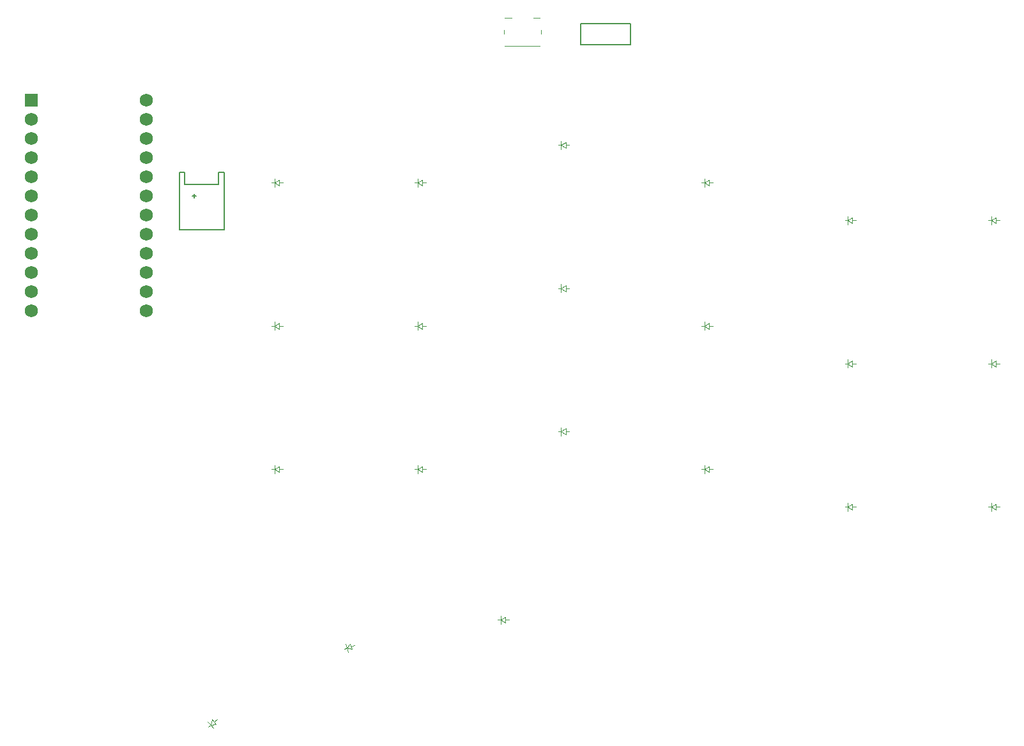
<source format=gbr>
%TF.GenerationSoftware,KiCad,Pcbnew,9.0.3*%
%TF.CreationDate,2025-09-27T17:44:53-06:00*%
%TF.ProjectId,right_connected,72696768-745f-4636-9f6e-6e6563746564,v1.0.0*%
%TF.SameCoordinates,Original*%
%TF.FileFunction,Legend,Bot*%
%TF.FilePolarity,Positive*%
%FSLAX46Y46*%
G04 Gerber Fmt 4.6, Leading zero omitted, Abs format (unit mm)*
G04 Created by KiCad (PCBNEW 9.0.3) date 2025-09-27 17:44:53*
%MOMM*%
%LPD*%
G01*
G04 APERTURE LIST*
%ADD10C,0.150000*%
%ADD11C,0.100000*%
%ADD12C,0.120000*%
%ADD13R,1.752600X1.752600*%
%ADD14C,1.752600*%
G04 APERTURE END LIST*
D10*
%TO.C,T1*%
X315200000Y-40850000D02*
X315200000Y-43700000D01*
X315200000Y-43700000D02*
X321800000Y-43700000D01*
X318500000Y-40850000D02*
X315200000Y-40850000D01*
X318500000Y-40850000D02*
X321800000Y-40850000D01*
X320450000Y-40850000D02*
X316550000Y-40850000D01*
X321800000Y-43700000D02*
X321800000Y-40850000D01*
D11*
%TO.C,D14*%
X293250000Y-81000000D02*
X293650000Y-81000000D01*
X293650000Y-81000000D02*
X293650000Y-80450000D01*
X293650000Y-81000000D02*
X293650000Y-81550000D01*
X293650000Y-81000000D02*
X294250000Y-80600000D01*
X294250000Y-80600000D02*
X294250000Y-81400000D01*
X294250000Y-81000000D02*
X294750000Y-81000000D01*
X294250000Y-81400000D02*
X293650000Y-81000000D01*
%TO.C,D1*%
X369250000Y-105000000D02*
X369650000Y-105000000D01*
X369650000Y-105000000D02*
X369650000Y-104450000D01*
X369650000Y-105000000D02*
X369650000Y-105550000D01*
X369650000Y-105000000D02*
X370250000Y-104600000D01*
X370250000Y-104600000D02*
X370250000Y-105400000D01*
X370250000Y-105000000D02*
X370750000Y-105000000D01*
X370250000Y-105400000D02*
X369650000Y-105000000D01*
%TO.C,D9*%
X331250000Y-62000000D02*
X331650000Y-62000000D01*
X331650000Y-62000000D02*
X331650000Y-61450000D01*
X331650000Y-62000000D02*
X331650000Y-62550000D01*
X331650000Y-62000000D02*
X332250000Y-61600000D01*
X332250000Y-61600000D02*
X332250000Y-62400000D01*
X332250000Y-62000000D02*
X332750000Y-62000000D01*
X332250000Y-62400000D02*
X331650000Y-62000000D01*
%TO.C,D3*%
X369250000Y-67000000D02*
X369650000Y-67000000D01*
X369650000Y-67000000D02*
X369650000Y-66450000D01*
X369650000Y-67000000D02*
X369650000Y-67550000D01*
X369650000Y-67000000D02*
X370250000Y-66600000D01*
X370250000Y-66600000D02*
X370250000Y-67400000D01*
X370250000Y-67000000D02*
X370750000Y-67000000D01*
X370250000Y-67400000D02*
X369650000Y-67000000D01*
%TO.C,D15*%
X293250000Y-62000000D02*
X293650000Y-62000000D01*
X293650000Y-62000000D02*
X293650000Y-61450000D01*
X293650000Y-62000000D02*
X293650000Y-62550000D01*
X293650000Y-62000000D02*
X294250000Y-61600000D01*
X294250000Y-61600000D02*
X294250000Y-62400000D01*
X294250000Y-62000000D02*
X294750000Y-62000000D01*
X294250000Y-62400000D02*
X293650000Y-62000000D01*
%TO.C,D6*%
X350250000Y-67000000D02*
X350650000Y-67000000D01*
X350650000Y-67000000D02*
X350650000Y-66450000D01*
X350650000Y-67000000D02*
X350650000Y-67550000D01*
X350650000Y-67000000D02*
X351250000Y-66600000D01*
X351250000Y-66600000D02*
X351250000Y-67400000D01*
X351250000Y-67000000D02*
X351750000Y-67000000D01*
X351250000Y-67400000D02*
X350650000Y-67000000D01*
%TO.C,D7*%
X331250000Y-100000000D02*
X331650000Y-100000000D01*
X331650000Y-100000000D02*
X331650000Y-99450000D01*
X331650000Y-100000000D02*
X331650000Y-100550000D01*
X331650000Y-100000000D02*
X332250000Y-99600000D01*
X332250000Y-99600000D02*
X332250000Y-100400000D01*
X332250000Y-100000000D02*
X332750000Y-100000000D01*
X332250000Y-100400000D02*
X331650000Y-100000000D01*
%TO.C,D17*%
X274250000Y-81000000D02*
X274650000Y-81000000D01*
X274650000Y-81000000D02*
X274650000Y-80450000D01*
X274650000Y-81000000D02*
X274650000Y-81550000D01*
X274650000Y-81000000D02*
X275250000Y-80600000D01*
X275250000Y-80600000D02*
X275250000Y-81400000D01*
X275250000Y-81000000D02*
X275750000Y-81000000D01*
X275250000Y-81400000D02*
X274650000Y-81000000D01*
D12*
%TO.C,B1*%
X305050000Y-42275000D02*
X305050000Y-41725000D01*
X306075000Y-40150000D02*
X305150000Y-40150000D01*
X309850000Y-40150000D02*
X308925000Y-40150000D01*
X309850000Y-43850000D02*
X305150000Y-43850000D01*
X309950000Y-42275000D02*
X309950000Y-41725000D01*
D11*
%TO.C,D11*%
X312250000Y-76000000D02*
X312650000Y-76000000D01*
X312650000Y-76000000D02*
X312650000Y-75450000D01*
X312650000Y-76000000D02*
X312650000Y-76550000D01*
X312650000Y-76000000D02*
X313250000Y-75600000D01*
X313250000Y-75600000D02*
X313250000Y-76400000D01*
X313250000Y-76000000D02*
X313750000Y-76000000D01*
X313250000Y-76400000D02*
X312650000Y-76000000D01*
%TO.C,D18*%
X274250000Y-62000000D02*
X274650000Y-62000000D01*
X274650000Y-62000000D02*
X274650000Y-61450000D01*
X274650000Y-62000000D02*
X274650000Y-62550000D01*
X274650000Y-62000000D02*
X275250000Y-61600000D01*
X275250000Y-61600000D02*
X275250000Y-62400000D01*
X275250000Y-62000000D02*
X275750000Y-62000000D01*
X275250000Y-62400000D02*
X274650000Y-62000000D01*
D10*
%TO.C,JST1*%
X262050000Y-60650000D02*
X262050000Y-68250000D01*
X262050000Y-68250000D02*
X267950000Y-68250000D01*
X262750000Y-60650000D02*
X262050000Y-60650000D01*
X262750000Y-62250000D02*
X262750000Y-60650000D01*
X263750000Y-63750000D02*
X264250000Y-63750000D01*
X264000000Y-63500000D02*
X264000000Y-64000000D01*
X267250000Y-60650000D02*
X267250000Y-62250000D01*
X267250000Y-62250000D02*
X262750000Y-62250000D01*
X267950000Y-60650000D02*
X267250000Y-60650000D01*
X267950000Y-68250000D02*
X267950000Y-60650000D01*
D11*
%TO.C,D2*%
X369250000Y-86000000D02*
X369650000Y-86000000D01*
X369650000Y-86000000D02*
X369650000Y-85450000D01*
X369650000Y-86000000D02*
X369650000Y-86550000D01*
X369650000Y-86000000D02*
X370250000Y-85600000D01*
X370250000Y-85600000D02*
X370250000Y-86400000D01*
X370250000Y-86000000D02*
X370750000Y-86000000D01*
X370250000Y-86400000D02*
X369650000Y-86000000D01*
%TO.C,D20*%
X283872244Y-123857639D02*
X284248121Y-123720831D01*
X284248121Y-123720831D02*
X284060010Y-123204000D01*
X284248121Y-123720831D02*
X284436232Y-124237662D01*
X284248121Y-123720831D02*
X284675128Y-123139742D01*
X284675128Y-123139742D02*
X284948744Y-123891496D01*
X284811936Y-123515619D02*
X285281782Y-123344609D01*
X284948744Y-123891496D02*
X284248121Y-123720831D01*
%TO.C,D4*%
X350250000Y-105000000D02*
X350650000Y-105000000D01*
X350650000Y-105000000D02*
X350650000Y-104450000D01*
X350650000Y-105000000D02*
X350650000Y-105550000D01*
X350650000Y-105000000D02*
X351250000Y-104600000D01*
X351250000Y-104600000D02*
X351250000Y-105400000D01*
X351250000Y-105000000D02*
X351750000Y-105000000D01*
X351250000Y-105400000D02*
X350650000Y-105000000D01*
%TO.C,D5*%
X350250000Y-86000000D02*
X350650000Y-86000000D01*
X350650000Y-86000000D02*
X350650000Y-85450000D01*
X350650000Y-86000000D02*
X350650000Y-86550000D01*
X350650000Y-86000000D02*
X351250000Y-85600000D01*
X351250000Y-85600000D02*
X351250000Y-86400000D01*
X351250000Y-86000000D02*
X351750000Y-86000000D01*
X351250000Y-86400000D02*
X350650000Y-86000000D01*
%TO.C,D8*%
X331250000Y-81000000D02*
X331650000Y-81000000D01*
X331650000Y-81000000D02*
X331650000Y-80450000D01*
X331650000Y-81000000D02*
X331650000Y-81550000D01*
X331650000Y-81000000D02*
X332250000Y-80600000D01*
X332250000Y-80600000D02*
X332250000Y-81400000D01*
X332250000Y-81000000D02*
X332750000Y-81000000D01*
X332250000Y-81400000D02*
X331650000Y-81000000D01*
%TO.C,D21*%
X265869159Y-134151469D02*
X266175576Y-133894354D01*
X266175576Y-133894354D02*
X265822043Y-133473029D01*
X266175576Y-133894354D02*
X266378088Y-133202263D01*
X266175576Y-133894354D02*
X266529110Y-134315678D01*
X266378088Y-133202263D02*
X266892318Y-133815099D01*
X266635203Y-133508681D02*
X267018225Y-133187287D01*
X266892318Y-133815099D02*
X266175576Y-133894354D01*
%TO.C,D10*%
X312250000Y-95000000D02*
X312650000Y-95000000D01*
X312650000Y-95000000D02*
X312650000Y-94450000D01*
X312650000Y-95000000D02*
X312650000Y-95550000D01*
X312650000Y-95000000D02*
X313250000Y-94600000D01*
X313250000Y-94600000D02*
X313250000Y-95400000D01*
X313250000Y-95000000D02*
X313750000Y-95000000D01*
X313250000Y-95400000D02*
X312650000Y-95000000D01*
%TO.C,D16*%
X274250000Y-100000000D02*
X274650000Y-100000000D01*
X274650000Y-100000000D02*
X274650000Y-99450000D01*
X274650000Y-100000000D02*
X274650000Y-100550000D01*
X274650000Y-100000000D02*
X275250000Y-99600000D01*
X275250000Y-99600000D02*
X275250000Y-100400000D01*
X275250000Y-100000000D02*
X275750000Y-100000000D01*
X275250000Y-100400000D02*
X274650000Y-100000000D01*
%TO.C,D12*%
X312250000Y-57000000D02*
X312650000Y-57000000D01*
X312650000Y-57000000D02*
X312650000Y-56450000D01*
X312650000Y-57000000D02*
X312650000Y-57550000D01*
X312650000Y-57000000D02*
X313250000Y-56600000D01*
X313250000Y-56600000D02*
X313250000Y-57400000D01*
X313250000Y-57000000D02*
X313750000Y-57000000D01*
X313250000Y-57400000D02*
X312650000Y-57000000D01*
%TO.C,D19*%
X304250000Y-120000000D02*
X304650000Y-120000000D01*
X304650000Y-120000000D02*
X304650000Y-119450000D01*
X304650000Y-120000000D02*
X304650000Y-120550000D01*
X304650000Y-120000000D02*
X305250000Y-119600000D01*
X305250000Y-119600000D02*
X305250000Y-120400000D01*
X305250000Y-120000000D02*
X305750000Y-120000000D01*
X305250000Y-120400000D02*
X304650000Y-120000000D01*
%TO.C,D13*%
X293250000Y-100000000D02*
X293650000Y-100000000D01*
X293650000Y-100000000D02*
X293650000Y-99450000D01*
X293650000Y-100000000D02*
X293650000Y-100550000D01*
X293650000Y-100000000D02*
X294250000Y-99600000D01*
X294250000Y-99600000D02*
X294250000Y-100400000D01*
X294250000Y-100000000D02*
X294750000Y-100000000D01*
X294250000Y-100400000D02*
X293650000Y-100000000D01*
%TD*%
D13*
%TO.C,MCU1*%
X242380000Y-51030000D03*
D14*
X242380000Y-53570000D03*
X242380000Y-56110000D03*
X242380000Y-58650000D03*
X242380000Y-61190000D03*
X242380000Y-63730000D03*
X242380000Y-66270000D03*
X242380000Y-68810000D03*
X242380000Y-71350000D03*
X242380000Y-73890000D03*
X242380000Y-76430000D03*
X242380000Y-78970000D03*
X257620000Y-51030000D03*
X257620000Y-53570000D03*
X257620000Y-56110000D03*
X257620000Y-58650000D03*
X257620000Y-61190000D03*
X257620000Y-63730000D03*
X257620000Y-66270000D03*
X257620000Y-68810000D03*
X257620000Y-71350000D03*
X257620000Y-73890000D03*
X257620000Y-76430000D03*
X257620000Y-78970000D03*
%TD*%
M02*

</source>
